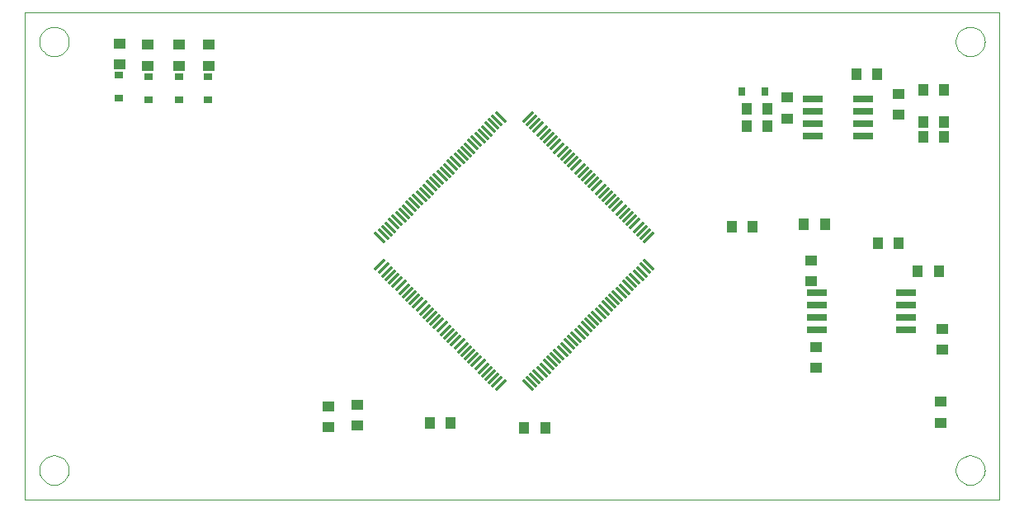
<source format=gbr>
G04 PROTEUS GERBER X2 FILE*
%TF.GenerationSoftware,Labcenter,Proteus,8.16-SP3-Build36097*%
%TF.CreationDate,2025-11-07T09:35:32+00:00*%
%TF.FileFunction,Paste,Top*%
%TF.FilePolarity,Positive*%
%TF.Part,Single*%
%TF.SameCoordinates,{b300ba1a-dc7e-4a19-be50-5429eaf46598}*%
%FSLAX45Y45*%
%MOMM*%
G01*
%TA.AperFunction,Material*%
%ADD49R,1.270000X1.016000*%
%ADD50R,0.889000X0.635000*%
%AMPPAD033*
4,1,4,
-0.629330,-0.417190,
0.417190,0.629330,
0.629330,0.417190,
-0.417190,-0.629330,
-0.629330,-0.417190,
0*%
%TA.AperFunction,Material*%
%ADD39PPAD033*%
%AMPPAD034*
4,1,4,
-0.629330,0.417190,
-0.417190,0.629330,
0.629330,-0.417190,
0.417190,-0.629330,
-0.629330,0.417190,
0*%
%ADD40PPAD034*%
%TA.AperFunction,Material*%
%ADD51R,1.016000X1.270000*%
%TA.AperFunction,Material*%
%ADD52R,2.032000X0.635000*%
%TA.AperFunction,Material*%
%ADD53R,0.635000X0.889000*%
%TA.AperFunction,Profile*%
%ADD25C,0.101600*%
%TD.AperFunction*%
D49*
X+952900Y+4462700D03*
X+952900Y+4676060D03*
X+1870000Y+4450000D03*
X+1870000Y+4663360D03*
X+1565200Y+4450000D03*
X+1565200Y+4663360D03*
X+1245000Y+4450000D03*
X+1245000Y+4663360D03*
D50*
X+950000Y+4115050D03*
X+950000Y+4350000D03*
X+1248000Y+4104000D03*
X+1248000Y+4338950D03*
X+1567800Y+4104000D03*
X+1567800Y+4338950D03*
X+1863000Y+4104000D03*
X+1863000Y+4338950D03*
D39*
X+3625429Y+2403906D03*
X+3660785Y+2368551D03*
X+3696140Y+2333195D03*
X+3731495Y+2297840D03*
X+3766851Y+2262485D03*
X+3802206Y+2227129D03*
X+3837561Y+2191774D03*
X+3872917Y+2156419D03*
X+3908272Y+2121063D03*
X+3943627Y+2085708D03*
X+3978983Y+2050352D03*
X+4014338Y+2014997D03*
X+4049693Y+1979642D03*
X+4085049Y+1944286D03*
X+4120404Y+1908931D03*
X+4155759Y+1873576D03*
X+4191115Y+1838220D03*
X+4226470Y+1802865D03*
X+4261825Y+1767510D03*
X+4297181Y+1732154D03*
X+4332536Y+1696799D03*
X+4367891Y+1661444D03*
X+4403247Y+1626088D03*
X+4438602Y+1590733D03*
X+4473957Y+1555378D03*
X+4509313Y+1520022D03*
X+4544668Y+1484667D03*
X+4580023Y+1449312D03*
X+4615379Y+1413956D03*
X+4650734Y+1378601D03*
X+4686089Y+1343246D03*
X+4721445Y+1307890D03*
X+4756800Y+1272535D03*
X+4792155Y+1237180D03*
X+4827511Y+1201824D03*
X+4862866Y+1166469D03*
D40*
X+5144295Y+1166469D03*
X+5179650Y+1201824D03*
X+5215005Y+1237180D03*
X+5250361Y+1272535D03*
X+5285716Y+1307890D03*
X+5321071Y+1343246D03*
X+5356427Y+1378601D03*
X+5391782Y+1413956D03*
X+5427137Y+1449312D03*
X+5462493Y+1484667D03*
X+5497848Y+1520022D03*
X+5533203Y+1555378D03*
X+5568559Y+1590733D03*
X+5603914Y+1626088D03*
X+5639269Y+1661444D03*
X+5674625Y+1696799D03*
X+5709980Y+1732154D03*
X+5745335Y+1767510D03*
X+5780691Y+1802865D03*
X+5816046Y+1838220D03*
X+5851401Y+1873576D03*
X+5886757Y+1908931D03*
X+5922112Y+1944286D03*
X+5957467Y+1979642D03*
X+5992823Y+2014997D03*
X+6028178Y+2050352D03*
X+6063533Y+2085708D03*
X+6098889Y+2121063D03*
X+6134244Y+2156419D03*
X+6169599Y+2191774D03*
X+6204955Y+2227129D03*
X+6240310Y+2262485D03*
X+6275665Y+2297840D03*
X+6311021Y+2333195D03*
X+6346376Y+2368551D03*
X+6381731Y+2403906D03*
D39*
X+6381731Y+2685334D03*
X+6346376Y+2720690D03*
X+6311021Y+2756045D03*
X+6275665Y+2791400D03*
X+6240310Y+2826756D03*
X+6204955Y+2862111D03*
X+6169599Y+2897466D03*
X+6134244Y+2932822D03*
X+6098889Y+2968177D03*
X+6063533Y+3003532D03*
X+6028178Y+3038888D03*
X+5992823Y+3074243D03*
X+5957467Y+3109598D03*
X+5922112Y+3144954D03*
X+5886757Y+3180309D03*
X+5851401Y+3215664D03*
X+5816046Y+3251020D03*
X+5780691Y+3286375D03*
X+5745335Y+3321730D03*
X+5709980Y+3357086D03*
X+5674625Y+3392441D03*
X+5639269Y+3427797D03*
X+5603914Y+3463152D03*
X+5568559Y+3498507D03*
X+5533203Y+3533863D03*
X+5497848Y+3569218D03*
X+5462493Y+3604573D03*
X+5427137Y+3639929D03*
X+5391782Y+3675284D03*
X+5356427Y+3710639D03*
X+5321071Y+3745995D03*
X+5285716Y+3781350D03*
X+5250361Y+3816705D03*
X+5215005Y+3852061D03*
X+5179650Y+3887416D03*
X+5144295Y+3922771D03*
D40*
X+4862866Y+3922771D03*
X+4827511Y+3887416D03*
X+4792155Y+3852061D03*
X+4756800Y+3816705D03*
X+4721445Y+3781350D03*
X+4686089Y+3745995D03*
X+4650734Y+3710639D03*
X+4615379Y+3675284D03*
X+4580023Y+3639929D03*
X+4544668Y+3604573D03*
X+4509313Y+3569218D03*
X+4473957Y+3533863D03*
X+4438602Y+3498507D03*
X+4403247Y+3463152D03*
X+4367891Y+3427797D03*
X+4332536Y+3392441D03*
X+4297181Y+3357086D03*
X+4261825Y+3321730D03*
X+4226470Y+3286375D03*
X+4191115Y+3251020D03*
X+4155759Y+3215664D03*
X+4120404Y+3180309D03*
X+4085049Y+3144954D03*
X+4049693Y+3109598D03*
X+4014338Y+3074243D03*
X+3978983Y+3038888D03*
X+3943627Y+3003532D03*
X+3908272Y+2968177D03*
X+3872917Y+2932822D03*
X+3837561Y+2897466D03*
X+3802206Y+2862111D03*
X+3766851Y+2826756D03*
X+3731495Y+2791400D03*
X+3696140Y+2756045D03*
X+3660785Y+2720690D03*
X+3625429Y+2685334D03*
D49*
X+3093500Y+736140D03*
X+3093500Y+949500D03*
X+3396300Y+966485D03*
X+3396300Y+753125D03*
D51*
X+4138100Y+784400D03*
X+4351460Y+784400D03*
X+5319900Y+726400D03*
X+5106540Y+726400D03*
D52*
X+8110000Y+2117900D03*
X+8110000Y+1990900D03*
X+8110000Y+1863900D03*
X+8110000Y+1736900D03*
X+9024400Y+1736900D03*
X+9024400Y+1863900D03*
X+9024400Y+1990900D03*
X+9024400Y+2117900D03*
D51*
X+7236640Y+2800000D03*
X+7450000Y+2800000D03*
D49*
X+8100000Y+1350000D03*
X+8100000Y+1563360D03*
X+8050000Y+2236640D03*
X+8050000Y+2450000D03*
X+9380000Y+784400D03*
X+9380000Y+997760D03*
X+9392700Y+1533700D03*
X+9392700Y+1747060D03*
D51*
X+8516400Y+4365800D03*
X+8729760Y+4365800D03*
X+9202200Y+4200700D03*
X+9415560Y+4200700D03*
X+9202200Y+3870500D03*
X+9415560Y+3870500D03*
X+9202200Y+3718100D03*
X+9415560Y+3718100D03*
D49*
X+8948200Y+3946700D03*
X+8948200Y+4160060D03*
D52*
X+8065550Y+4111800D03*
X+8065550Y+3984800D03*
X+8065550Y+3857800D03*
X+8065550Y+3730800D03*
X+8586250Y+3730800D03*
X+8586250Y+3857800D03*
X+8586250Y+3984800D03*
X+8586250Y+4111800D03*
D49*
X+7805200Y+3908600D03*
X+7805200Y+4121960D03*
D53*
X+7576600Y+4188000D03*
X+7341650Y+4188000D03*
D51*
X+7386100Y+4010200D03*
X+7599460Y+4010200D03*
X+7386100Y+3832400D03*
X+7599460Y+3832400D03*
X+8732300Y+2625900D03*
X+8945660Y+2625900D03*
X+9357800Y+2342700D03*
X+9144440Y+2342700D03*
X+7976640Y+2820000D03*
X+8190000Y+2820000D03*
D25*
X-18000Y-3000D02*
X+9982000Y-3000D01*
X+9982000Y+4997000D01*
X-18000Y+4997000D01*
X-18000Y-3000D01*
X+9832000Y+4697000D02*
X+9831498Y+4709258D01*
X+9827422Y+4733775D01*
X+9818906Y+4758292D01*
X+9805032Y+4782809D01*
X+9783806Y+4807161D01*
X+9759289Y+4825555D01*
X+9734772Y+4837411D01*
X+9710255Y+4844315D01*
X+9685738Y+4846953D01*
X+9682000Y+4847000D01*
X+9532000Y+4697000D02*
X+9532502Y+4709258D01*
X+9536578Y+4733775D01*
X+9545094Y+4758292D01*
X+9558968Y+4782809D01*
X+9580194Y+4807161D01*
X+9604711Y+4825555D01*
X+9629228Y+4837411D01*
X+9653745Y+4844315D01*
X+9678262Y+4846953D01*
X+9682000Y+4847000D01*
X+9532000Y+4697000D02*
X+9532502Y+4684742D01*
X+9536578Y+4660225D01*
X+9545094Y+4635708D01*
X+9558968Y+4611191D01*
X+9580194Y+4586839D01*
X+9604711Y+4568445D01*
X+9629228Y+4556589D01*
X+9653745Y+4549685D01*
X+9678262Y+4547047D01*
X+9682000Y+4547000D01*
X+9832000Y+4697000D02*
X+9831498Y+4684742D01*
X+9827422Y+4660225D01*
X+9818906Y+4635708D01*
X+9805032Y+4611191D01*
X+9783806Y+4586839D01*
X+9759289Y+4568445D01*
X+9734772Y+4556589D01*
X+9710255Y+4549685D01*
X+9685738Y+4547047D01*
X+9682000Y+4547000D01*
X+9832000Y+297000D02*
X+9831498Y+309258D01*
X+9827422Y+333775D01*
X+9818906Y+358292D01*
X+9805032Y+382809D01*
X+9783806Y+407161D01*
X+9759289Y+425555D01*
X+9734772Y+437411D01*
X+9710255Y+444315D01*
X+9685738Y+446953D01*
X+9682000Y+447000D01*
X+9532000Y+297000D02*
X+9532502Y+309258D01*
X+9536578Y+333775D01*
X+9545094Y+358292D01*
X+9558968Y+382809D01*
X+9580194Y+407161D01*
X+9604711Y+425555D01*
X+9629228Y+437411D01*
X+9653745Y+444315D01*
X+9678262Y+446953D01*
X+9682000Y+447000D01*
X+9532000Y+297000D02*
X+9532502Y+284742D01*
X+9536578Y+260225D01*
X+9545094Y+235708D01*
X+9558968Y+211191D01*
X+9580194Y+186839D01*
X+9604711Y+168445D01*
X+9629228Y+156589D01*
X+9653745Y+149685D01*
X+9678262Y+147047D01*
X+9682000Y+147000D01*
X+9832000Y+297000D02*
X+9831498Y+284742D01*
X+9827422Y+260225D01*
X+9818906Y+235708D01*
X+9805032Y+211191D01*
X+9783806Y+186839D01*
X+9759289Y+168445D01*
X+9734772Y+156589D01*
X+9710255Y+149685D01*
X+9685738Y+147047D01*
X+9682000Y+147000D01*
X+432000Y+297000D02*
X+431498Y+309258D01*
X+427422Y+333775D01*
X+418906Y+358292D01*
X+405032Y+382809D01*
X+383806Y+407161D01*
X+359289Y+425555D01*
X+334772Y+437411D01*
X+310255Y+444315D01*
X+285738Y+446953D01*
X+282000Y+447000D01*
X+132000Y+297000D02*
X+132502Y+309258D01*
X+136578Y+333775D01*
X+145094Y+358292D01*
X+158968Y+382809D01*
X+180194Y+407161D01*
X+204711Y+425555D01*
X+229228Y+437411D01*
X+253745Y+444315D01*
X+278262Y+446953D01*
X+282000Y+447000D01*
X+132000Y+297000D02*
X+132502Y+284742D01*
X+136578Y+260225D01*
X+145094Y+235708D01*
X+158968Y+211191D01*
X+180194Y+186839D01*
X+204711Y+168445D01*
X+229228Y+156589D01*
X+253745Y+149685D01*
X+278262Y+147047D01*
X+282000Y+147000D01*
X+432000Y+297000D02*
X+431498Y+284742D01*
X+427422Y+260225D01*
X+418906Y+235708D01*
X+405032Y+211191D01*
X+383806Y+186839D01*
X+359289Y+168445D01*
X+334772Y+156589D01*
X+310255Y+149685D01*
X+285738Y+147047D01*
X+282000Y+147000D01*
X+432000Y+4697000D02*
X+431498Y+4709258D01*
X+427422Y+4733775D01*
X+418906Y+4758292D01*
X+405032Y+4782809D01*
X+383806Y+4807161D01*
X+359289Y+4825555D01*
X+334772Y+4837411D01*
X+310255Y+4844315D01*
X+285738Y+4846953D01*
X+282000Y+4847000D01*
X+132000Y+4697000D02*
X+132502Y+4709258D01*
X+136578Y+4733775D01*
X+145094Y+4758292D01*
X+158968Y+4782809D01*
X+180194Y+4807161D01*
X+204711Y+4825555D01*
X+229228Y+4837411D01*
X+253745Y+4844315D01*
X+278262Y+4846953D01*
X+282000Y+4847000D01*
X+132000Y+4697000D02*
X+132502Y+4684742D01*
X+136578Y+4660225D01*
X+145094Y+4635708D01*
X+158968Y+4611191D01*
X+180194Y+4586839D01*
X+204711Y+4568445D01*
X+229228Y+4556589D01*
X+253745Y+4549685D01*
X+278262Y+4547047D01*
X+282000Y+4547000D01*
X+432000Y+4697000D02*
X+431498Y+4684742D01*
X+427422Y+4660225D01*
X+418906Y+4635708D01*
X+405032Y+4611191D01*
X+383806Y+4586839D01*
X+359289Y+4568445D01*
X+334772Y+4556589D01*
X+310255Y+4549685D01*
X+285738Y+4547047D01*
X+282000Y+4547000D01*
M02*

</source>
